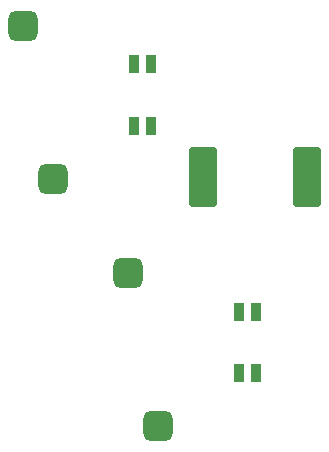
<source format=gbr>
%TF.GenerationSoftware,KiCad,Pcbnew,7.0.2-0*%
%TF.CreationDate,2023-07-09T23:01:49-07:00*%
%TF.ProjectId,thumbs-down-hw,7468756d-6273-42d6-946f-776e2d68772e,rev?*%
%TF.SameCoordinates,PX80fd3d8PY8977a68*%
%TF.FileFunction,Paste,Bot*%
%TF.FilePolarity,Positive*%
%FSLAX46Y46*%
G04 Gerber Fmt 4.6, Leading zero omitted, Abs format (unit mm)*
G04 Created by KiCad (PCBNEW 7.0.2-0) date 2023-07-09 23:01:49*
%MOMM*%
%LPD*%
G01*
G04 APERTURE LIST*
G04 Aperture macros list*
%AMRoundRect*
0 Rectangle with rounded corners*
0 $1 Rounding radius*
0 $2 $3 $4 $5 $6 $7 $8 $9 X,Y pos of 4 corners*
0 Add a 4 corners polygon primitive as box body*
4,1,4,$2,$3,$4,$5,$6,$7,$8,$9,$2,$3,0*
0 Add four circle primitives for the rounded corners*
1,1,$1+$1,$2,$3*
1,1,$1+$1,$4,$5*
1,1,$1+$1,$6,$7*
1,1,$1+$1,$8,$9*
0 Add four rect primitives between the rounded corners*
20,1,$1+$1,$2,$3,$4,$5,0*
20,1,$1+$1,$4,$5,$6,$7,0*
20,1,$1+$1,$6,$7,$8,$9,0*
20,1,$1+$1,$8,$9,$2,$3,0*%
G04 Aperture macros list end*
%ADD10RoundRect,0.082000X0.328000X0.718000X-0.328000X0.718000X-0.328000X-0.718000X0.328000X-0.718000X0*%
%ADD11RoundRect,0.625000X0.625000X-0.650000X0.625000X0.650000X-0.625000X0.650000X-0.625000X-0.650000X0*%
%ADD12RoundRect,0.304800X-0.905200X2.235200X-0.905200X-2.235200X0.905200X-2.235200X0.905200X2.235200X0*%
G04 APERTURE END LIST*
D10*
%TO.C,D1*%
X22340000Y70545000D03*
X20840000Y70545000D03*
X20840000Y65345000D03*
X22340000Y65345000D03*
%TD*%
D11*
%TO.C,SW1*%
X13970000Y60860000D03*
X11430000Y73787000D03*
%TD*%
D10*
%TO.C,D3*%
X13450000Y91500000D03*
X11950000Y91500000D03*
X11950000Y86300000D03*
X13450000Y86300000D03*
%TD*%
D12*
%TO.C,AE1*%
X26605000Y81915000D03*
X17845000Y81915000D03*
%TD*%
D11*
%TO.C,SW3*%
X5080000Y81815000D03*
X2540000Y94742000D03*
%TD*%
M02*

</source>
